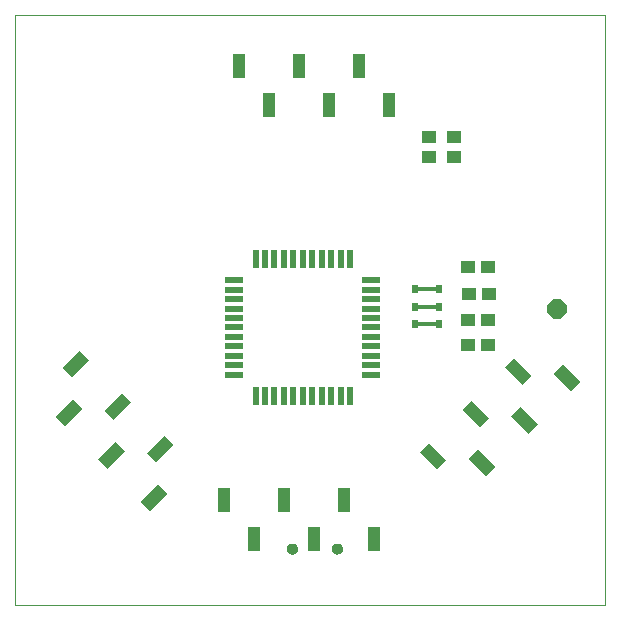
<source format=gts>
G75*
%MOIN*%
%OFA0B0*%
%FSLAX24Y24*%
%IPPOS*%
%LPD*%
%AMOC8*
5,1,8,0,0,1.08239X$1,22.5*
%
%ADD10C,0.0000*%
%ADD11R,0.0237X0.0631*%
%ADD12R,0.0631X0.0237*%
%ADD13R,0.0197X0.0315*%
%ADD14R,0.0630X0.0157*%
%ADD15R,0.0473X0.0434*%
%ADD16R,0.0434X0.0827*%
%ADD17R,0.0827X0.0434*%
%ADD18OC8,0.0640*%
%ADD19C,0.0375*%
D10*
X000100Y001115D02*
X000100Y020800D01*
X019785Y020800D01*
X019785Y001115D01*
X000100Y001115D01*
X009175Y003001D02*
X009177Y003026D01*
X009183Y003051D01*
X009192Y003075D01*
X009205Y003097D01*
X009222Y003117D01*
X009241Y003134D01*
X009262Y003148D01*
X009286Y003158D01*
X009310Y003165D01*
X009336Y003168D01*
X009361Y003167D01*
X009386Y003162D01*
X009410Y003153D01*
X009433Y003141D01*
X009453Y003126D01*
X009471Y003107D01*
X009486Y003086D01*
X009497Y003063D01*
X009505Y003039D01*
X009509Y003014D01*
X009509Y002988D01*
X009505Y002963D01*
X009497Y002939D01*
X009486Y002916D01*
X009471Y002895D01*
X009453Y002876D01*
X009433Y002861D01*
X009410Y002849D01*
X009386Y002840D01*
X009361Y002835D01*
X009336Y002834D01*
X009310Y002837D01*
X009286Y002844D01*
X009262Y002854D01*
X009241Y002868D01*
X009222Y002885D01*
X009205Y002905D01*
X009192Y002927D01*
X009183Y002951D01*
X009177Y002976D01*
X009175Y003001D01*
X010671Y003001D02*
X010673Y003026D01*
X010679Y003051D01*
X010688Y003075D01*
X010701Y003097D01*
X010718Y003117D01*
X010737Y003134D01*
X010758Y003148D01*
X010782Y003158D01*
X010806Y003165D01*
X010832Y003168D01*
X010857Y003167D01*
X010882Y003162D01*
X010906Y003153D01*
X010929Y003141D01*
X010949Y003126D01*
X010967Y003107D01*
X010982Y003086D01*
X010993Y003063D01*
X011001Y003039D01*
X011005Y003014D01*
X011005Y002988D01*
X011001Y002963D01*
X010993Y002939D01*
X010982Y002916D01*
X010967Y002895D01*
X010949Y002876D01*
X010929Y002861D01*
X010906Y002849D01*
X010882Y002840D01*
X010857Y002835D01*
X010832Y002834D01*
X010806Y002837D01*
X010782Y002844D01*
X010758Y002854D01*
X010737Y002868D01*
X010718Y002885D01*
X010701Y002905D01*
X010688Y002927D01*
X010679Y002951D01*
X010673Y002976D01*
X010671Y003001D01*
D11*
X010645Y008091D03*
X010960Y008091D03*
X011275Y008091D03*
X010330Y008091D03*
X010015Y008091D03*
X009700Y008091D03*
X009385Y008091D03*
X009070Y008091D03*
X008755Y008091D03*
X008440Y008091D03*
X008125Y008091D03*
X008125Y012658D03*
X008440Y012658D03*
X008755Y012658D03*
X009070Y012658D03*
X009385Y012658D03*
X009700Y012658D03*
X010015Y012658D03*
X010330Y012658D03*
X010645Y012658D03*
X010960Y012658D03*
X011275Y012658D03*
D12*
X011983Y011949D03*
X011983Y011634D03*
X011983Y011320D03*
X011983Y011005D03*
X011983Y010690D03*
X011983Y010375D03*
X011983Y010060D03*
X011983Y009745D03*
X011983Y009430D03*
X011983Y009115D03*
X011983Y008800D03*
X007417Y008800D03*
X007417Y009115D03*
X007417Y009430D03*
X007417Y009745D03*
X007417Y010060D03*
X007417Y010375D03*
X007417Y010690D03*
X007417Y011005D03*
X007417Y011320D03*
X007417Y011634D03*
X007417Y011949D03*
D13*
X013427Y011655D03*
X013427Y011065D03*
X013427Y010474D03*
X014253Y010474D03*
X014253Y011065D03*
X014253Y011655D03*
D14*
X013840Y011655D03*
X013840Y011065D03*
X013840Y010474D03*
D15*
X015215Y010625D03*
X015885Y010625D03*
X015885Y009805D03*
X015215Y009805D03*
X015245Y011495D03*
X015915Y011495D03*
X015865Y012375D03*
X015195Y012375D03*
X014750Y016060D03*
X014750Y016729D03*
X013900Y016719D03*
X013900Y016050D03*
D16*
X012590Y017805D03*
X011590Y019104D03*
X010590Y017805D03*
X009590Y019104D03*
X008590Y017805D03*
X007590Y019104D03*
X007080Y004614D03*
X008080Y003315D03*
X009080Y004614D03*
X010080Y003315D03*
X011080Y004614D03*
X012080Y003315D03*
D17*
G36*
X014183Y005633D02*
X013600Y006216D01*
X013907Y006523D01*
X014490Y005940D01*
X014183Y005633D01*
G37*
G36*
X015809Y005422D02*
X015226Y006005D01*
X015533Y006312D01*
X016116Y005729D01*
X015809Y005422D01*
G37*
G36*
X017223Y006836D02*
X016640Y007419D01*
X016947Y007726D01*
X017530Y007143D01*
X017223Y006836D01*
G37*
G36*
X015597Y007048D02*
X015014Y007631D01*
X015321Y007938D01*
X015904Y007355D01*
X015597Y007048D01*
G37*
G36*
X017012Y008462D02*
X016429Y009045D01*
X016736Y009352D01*
X017319Y008769D01*
X017012Y008462D01*
G37*
G36*
X018637Y008250D02*
X018054Y008833D01*
X018361Y009140D01*
X018944Y008557D01*
X018637Y008250D01*
G37*
G36*
X005403Y006464D02*
X004820Y005881D01*
X004513Y006188D01*
X005096Y006771D01*
X005403Y006464D01*
G37*
G36*
X005191Y004838D02*
X004608Y004255D01*
X004301Y004562D01*
X004884Y005145D01*
X005191Y004838D01*
G37*
G36*
X003777Y006252D02*
X003194Y005669D01*
X002887Y005976D01*
X003470Y006559D01*
X003777Y006252D01*
G37*
G36*
X003989Y007878D02*
X003406Y007295D01*
X003099Y007602D01*
X003682Y008185D01*
X003989Y007878D01*
G37*
G36*
X002574Y009292D02*
X001991Y008709D01*
X001684Y009016D01*
X002267Y009599D01*
X002574Y009292D01*
G37*
G36*
X002363Y007666D02*
X001780Y007083D01*
X001473Y007390D01*
X002056Y007973D01*
X002363Y007666D01*
G37*
D18*
X018170Y010995D03*
D19*
X010838Y003001D03*
X009342Y003001D03*
M02*

</source>
